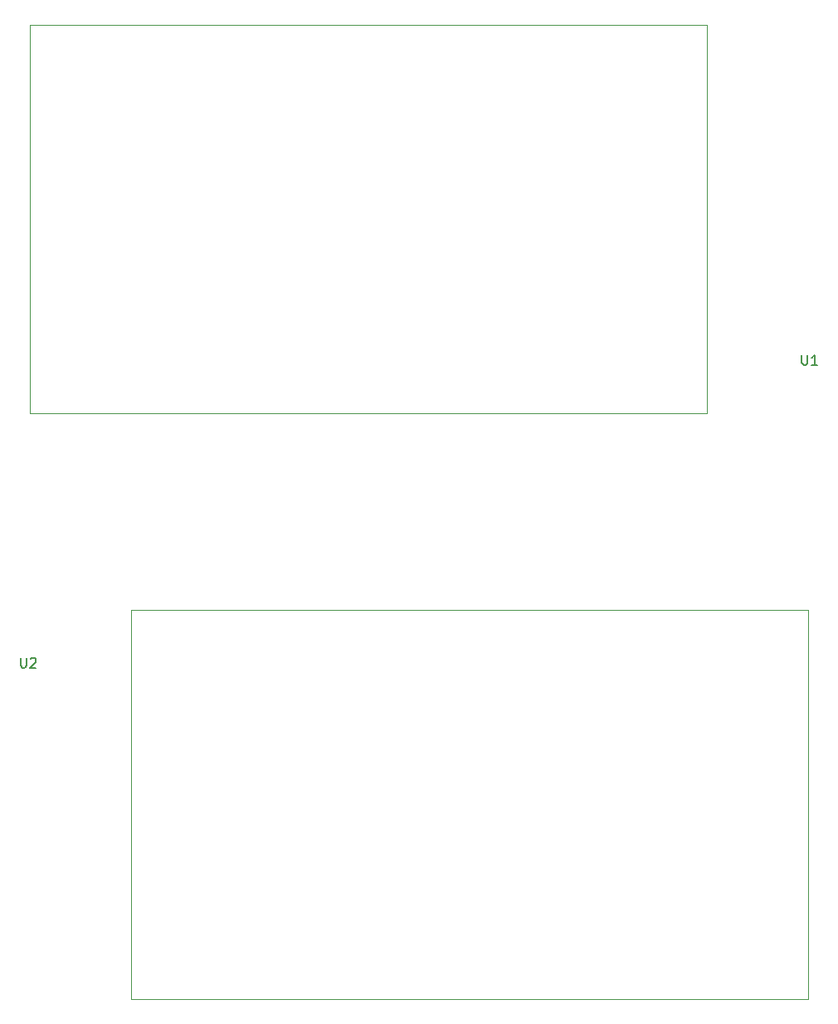
<source format=gto>
%TF.GenerationSoftware,KiCad,Pcbnew,(5.1.9-0-10_14)*%
%TF.CreationDate,2021-08-19T21:49:59-05:00*%
%TF.ProjectId,OwlSat_Z_Panel,4f776c53-6174-45f5-9a5f-50616e656c2e,rev?*%
%TF.SameCoordinates,Original*%
%TF.FileFunction,Legend,Top*%
%TF.FilePolarity,Positive*%
%FSLAX46Y46*%
G04 Gerber Fmt 4.6, Leading zero omitted, Abs format (unit mm)*
G04 Created by KiCad (PCBNEW (5.1.9-0-10_14)) date 2021-08-19 21:49:59*
%MOMM*%
%LPD*%
G01*
G04 APERTURE LIST*
%ADD10C,0.120000*%
%ADD11C,0.150000*%
G04 APERTURE END LIST*
D10*
%TO.C,U1*%
X179010000Y-72150000D02*
X109910000Y-72150000D01*
X109910000Y-72150000D02*
X109910000Y-32450000D01*
X109910000Y-32450000D02*
X179010000Y-32450000D01*
X179010000Y-32450000D02*
X179010000Y-72150000D01*
%TO.C,U2*%
X120240000Y-131880000D02*
X120240000Y-92180000D01*
X189340000Y-131880000D02*
X120240000Y-131880000D01*
X189340000Y-92180000D02*
X189340000Y-131880000D01*
X120240000Y-92180000D02*
X189340000Y-92180000D01*
%TO.C,U1*%
D11*
X188718095Y-66162380D02*
X188718095Y-66971904D01*
X188765714Y-67067142D01*
X188813333Y-67114761D01*
X188908571Y-67162380D01*
X189099047Y-67162380D01*
X189194285Y-67114761D01*
X189241904Y-67067142D01*
X189289523Y-66971904D01*
X189289523Y-66162380D01*
X190289523Y-67162380D02*
X189718095Y-67162380D01*
X190003809Y-67162380D02*
X190003809Y-66162380D01*
X189908571Y-66305238D01*
X189813333Y-66400476D01*
X189718095Y-66448095D01*
%TO.C,U2*%
X109008095Y-97072380D02*
X109008095Y-97881904D01*
X109055714Y-97977142D01*
X109103333Y-98024761D01*
X109198571Y-98072380D01*
X109389047Y-98072380D01*
X109484285Y-98024761D01*
X109531904Y-97977142D01*
X109579523Y-97881904D01*
X109579523Y-97072380D01*
X110008095Y-97167619D02*
X110055714Y-97120000D01*
X110150952Y-97072380D01*
X110389047Y-97072380D01*
X110484285Y-97120000D01*
X110531904Y-97167619D01*
X110579523Y-97262857D01*
X110579523Y-97358095D01*
X110531904Y-97500952D01*
X109960476Y-98072380D01*
X110579523Y-98072380D01*
%TD*%
M02*

</source>
